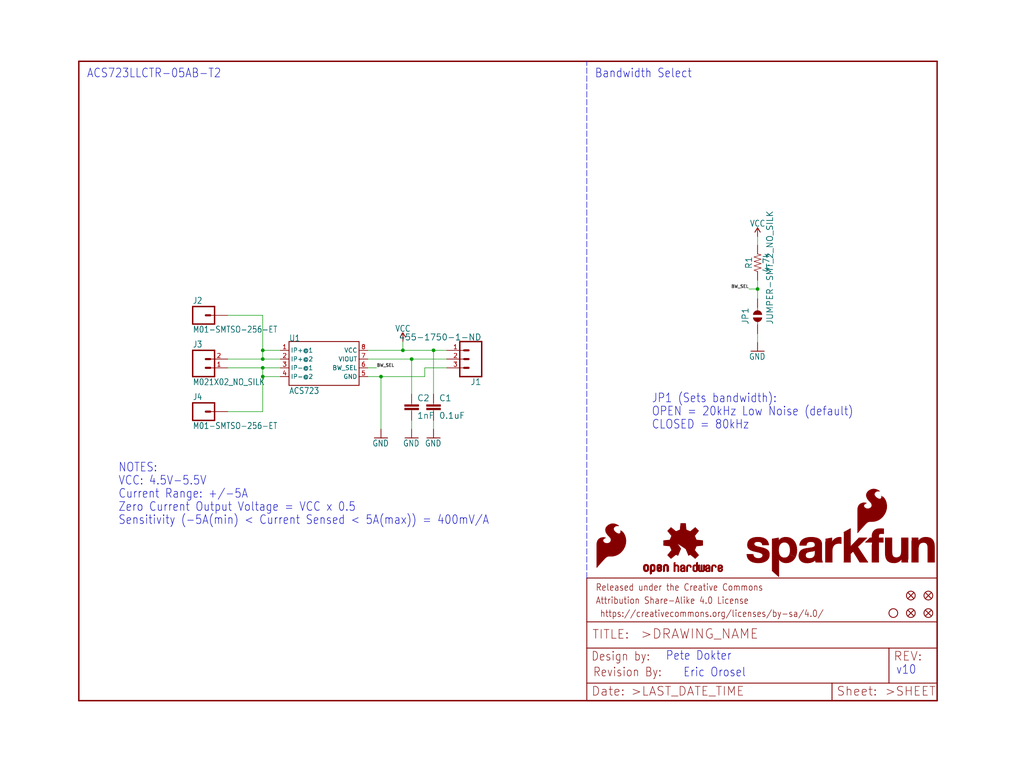
<source format=kicad_sch>
(kicad_sch (version 20211123) (generator eeschema)
  (paper "User" 297.002 223.926)
  (lib_symbols
    (symbol "eagleSchem-eagle-import:0.1UF-0603-25V-(+80{slash}-20%)"
      (property "Reference" "C" (at 1.524 2.921 0))
      (property "Value" "0.1UF-0603-25V-(+80{slash}-20%)" (at 1.524 -2.159 0))
      (symbol "0.1UF-0603-25V-(+80{slash}-20%)_1_0"
        (pin passive line (at 0 5.08 270) (length 2.54) (name "1") (number "1"))
        (pin passive line (at 0 -2.54 90) (length 2.54) (name "2") (number "2"))
      )
    )
    (symbol "eagleSchem-eagle-import:1.0NF{slash}1000PF-0603-50V-10%"
      (property "Reference" "C" (at 1.524 2.921 0))
      (property "Value" "1.0NF{slash}1000PF-0603-50V-10%" (at 1.524 -2.159 0))
      (symbol "1.0NF{slash}1000PF-0603-50V-10%_1_0"
        (pin passive line (at 0 5.08 270) (length 2.54) (name "1") (number "1"))
        (pin passive line (at 0 -2.54 90) (length 2.54) (name "2") (number "2"))
      )
    )
    (symbol "eagleSchem-eagle-import:4.7KOHM-0603-1{slash}10W-1%"
      (property "Reference" "R" (at 0 1.524 0))
      (property "Value" "4.7KOHM-0603-1{slash}10W-1%" (at 0 -1.524 0))
      (symbol "4.7KOHM-0603-1{slash}10W-1%_1_0"
        (pin passive line (at -5.08 0 0) (length 2.54) (name "1") (number "1"))
        (pin passive line (at 5.08 0 180) (length 2.54) (name "2") (number "2"))
      )
    )
    (symbol "eagleSchem-eagle-import:ACS723"
      (property "Value" "ACS723" (at -10.16 -7.62 0))
      (symbol "ACS723_1_0"
        (pin input line (at -12.7 5.08 0) (length 2.54) (name "IP+@1") (number "1"))
        (pin input line (at -12.7 2.54 0) (length 2.54) (name "IP+@2") (number "2"))
        (pin bidirectional line (at -12.7 0 0) (length 2.54) (name "IP-@1") (number "3"))
        (pin bidirectional line (at -12.7 -2.54 0) (length 2.54) (name "IP-@2") (number "4"))
        (pin bidirectional line (at 12.7 -2.54 180) (length 2.54) (name "GND") (number "5"))
        (pin bidirectional line (at 12.7 0 180) (length 2.54) (name "BW_SEL") (number "6"))
        (pin bidirectional line (at 12.7 2.54 180) (length 2.54) (name "VIOUT") (number "7"))
        (pin bidirectional line (at 12.7 5.08 180) (length 2.54) (name "VCC") (number "8"))
      )
    )
    (symbol "eagleSchem-eagle-import:CONN_03"
      (property "Reference" "J" (at -2.54 5.588 0))
      (property "Value" "CONN_03" (at -2.54 -7.366 0))
      (symbol "CONN_03_1_0"
        (pin passive line (at 7.62 -2.54 180) (length 5.08) (name "1") (number "1"))
        (pin passive line (at 7.62 0 180) (length 5.08) (name "2") (number "2"))
        (pin passive line (at 7.62 2.54 180) (length 5.08) (name "3") (number "3"))
      )
    )
    (symbol "eagleSchem-eagle-import:FIDUCIAL1X2")
    (symbol "eagleSchem-eagle-import:FRAME-LETTER"
      (symbol "FRAME-LETTER_2_0"
        (text " https://creativecommons.org/licenses/by-sa/4.0/" (at 2.54 24.13 0) (effects (font (size 1.9304 1.6408)) (justify left bottom)))
        (text ">DRAWING_NAME" (at 15.494 17.78 0) (effects (font (size 2.7432 2.7432)) (justify left bottom)))
        (text ">LAST_DATE_TIME" (at 12.7 1.27 0) (effects (font (size 2.54 2.54)) (justify left bottom)))
        (text ">SHEET" (at 86.36 1.27 0) (effects (font (size 2.54 2.54)) (justify left bottom)))
        (text "Attribution Share-Alike 4.0 License" (at 2.54 27.94 0) (effects (font (size 1.9304 1.6408)) (justify left bottom)))
        (text "Date:" (at 1.27 1.27 0) (effects (font (size 2.54 2.54)) (justify left bottom)))
        (text "Design by:" (at 1.27 11.43 0) (effects (font (size 2.54 2.159)) (justify left bottom)))
        (text "Released under the Creative Commons" (at 2.54 31.75 0) (effects (font (size 1.9304 1.6408)) (justify left bottom)))
        (text "REV:" (at 88.9 11.43 0) (effects (font (size 2.54 2.54)) (justify left bottom)))
        (text "Sheet:" (at 72.39 1.27 0) (effects (font (size 2.54 2.54)) (justify left bottom)))
        (text "TITLE:" (at 1.524 17.78 0) (effects (font (size 2.54 2.54)) (justify left bottom)))
      )
    )
    (symbol "eagleSchem-eagle-import:GND" (power)
      (property "Value" "GND" (at -2.54 -2.54 0))
      (symbol "GND_1_0"
        (pin power_in line (at 0 2.54 270) (length 2.54) (name "GND") (number "1"))
      )
    )
    (symbol "eagleSchem-eagle-import:JUMPER-SMT_2_NO_SILK"
      (property "Reference" "JP" (at -2.54 2.54 0))
      (property "Value" "JUMPER-SMT_2_NO_SILK" (at -2.54 -2.54 0))
      (symbol "JUMPER-SMT_2_NO_SILK_1_0"
        (pin passive line (at -5.08 0 0) (length 2.54) (name "1") (number "1"))
        (pin passive line (at 5.08 0 180) (length 2.54) (name "2") (number "2"))
      )
    )
    (symbol "eagleSchem-eagle-import:M01-SMTSO-256-ET"
      (property "Reference" "JP" (at -2.54 3.302 0))
      (property "Value" "M01-SMTSO-256-ET" (at -2.54 -5.08 0))
      (symbol "M01-SMTSO-256-ET_1_0"
        (pin passive line (at 7.62 0 180) (length 5.08) (name "1") (number "P$1"))
      )
    )
    (symbol "eagleSchem-eagle-import:M021X02_NO_SILK"
      (property "Reference" "JP" (at -2.54 5.842 0))
      (property "Value" "M021X02_NO_SILK" (at -2.54 -5.08 0))
      (symbol "M021X02_NO_SILK_1_0"
        (pin passive line (at 7.62 0 180) (length 5.08) (name "1") (number "1"))
        (pin passive line (at 7.62 2.54 180) (length 5.08) (name "2") (number "2"))
      )
    )
    (symbol "eagleSchem-eagle-import:OSHW-LOGOM")
    (symbol "eagleSchem-eagle-import:REVISION"
      (symbol "REVISION_1_0"
        (text "Revision By: " (at 0 0 0) (effects (font (size 2.54 2.159)) (justify left bottom)))
      )
    )
    (symbol "eagleSchem-eagle-import:SFE_LOGO_FLAME.1_INCH")
    (symbol "eagleSchem-eagle-import:SFE_LOGO_NAME_FLAME.1_INCH")
    (symbol "eagleSchem-eagle-import:STAND-OFFTIGHT")
    (symbol "eagleSchem-eagle-import:VCC" (power)
      (property "Value" "VCC" (at 0 2.794 0))
      (symbol "VCC_1_0"
        (pin power_in line (at 0 0 90) (length 2.54) (name "VCC") (number "1"))
      )
    )
  )
  (junction (at 119.38 104.14))
  (junction (at 76.2 106.68))
  (junction (at 219.71 83.82))
  (junction (at 116.84 101.6))
  (junction (at 76.2 101.6))
  (junction (at 76.2 104.14))
  (junction (at 110.49 109.22))
  (junction (at 125.73 101.6))
  (junction (at 76.2 109.22))
  (wire (pts (xy 125.73 114.3) (xy 125.73 101.6)))
  (wire (pts (xy 219.71 83.82) (xy 217.17 83.82)))
  (wire (pts (xy 106.68 106.68) (xy 109.22 106.68)))
  (wire (pts (xy 76.2 91.44) (xy 76.2 101.6)))
  (wire (pts (xy 219.71 83.82) (xy 219.71 86.614)))
  (wire (pts (xy 110.49 109.22) (xy 123.19 109.22)))
  (wire (pts (xy 76.2 104.14) (xy 76.2 101.6)))
  (wire (pts (xy 123.19 109.22) (xy 123.19 106.68)))
  (wire (pts (xy 116.84 101.6) (xy 116.84 99.06)))
  (wire (pts (xy 81.28 104.14) (xy 76.2 104.14)))
  (polyline (pts (xy 170.18 167.64) (xy 170.18 17.78)))
  (wire (pts (xy 125.73 121.92) (xy 125.73 124.46)))
  (wire (pts (xy 81.28 106.68) (xy 76.2 106.68)))
  (wire (pts (xy 76.2 106.68) (xy 76.2 109.22)))
  (wire (pts (xy 76.2 119.38) (xy 66.04 119.38)))
  (wire (pts (xy 116.84 101.6) (xy 125.73 101.6)))
  (wire (pts (xy 219.71 99.314) (xy 219.71 96.774)))
  (wire (pts (xy 81.28 109.22) (xy 76.2 109.22)))
  (wire (pts (xy 110.49 109.22) (xy 106.68 109.22)))
  (wire (pts (xy 66.04 106.68) (xy 76.2 106.68)))
  (wire (pts (xy 106.68 104.14) (xy 119.38 104.14)))
  (wire (pts (xy 119.38 104.14) (xy 119.38 114.3)))
  (wire (pts (xy 66.04 104.14) (xy 76.2 104.14)))
  (wire (pts (xy 219.71 71.12) (xy 219.71 68.58)))
  (wire (pts (xy 76.2 109.22) (xy 76.2 119.38)))
  (wire (pts (xy 123.19 106.68) (xy 129.54 106.68)))
  (wire (pts (xy 119.38 121.92) (xy 119.38 124.46)))
  (wire (pts (xy 219.71 81.28) (xy 219.71 83.82)))
  (wire (pts (xy 76.2 101.6) (xy 81.28 101.6)))
  (wire (pts (xy 106.68 101.6) (xy 116.84 101.6)))
  (wire (pts (xy 66.04 91.44) (xy 76.2 91.44)))
  (wire (pts (xy 125.73 101.6) (xy 129.54 101.6)))
  (wire (pts (xy 119.38 104.14) (xy 129.54 104.14)))
  (wire (pts (xy 110.49 109.22) (xy 110.49 124.46)))
  (text "v10" (at 259.842 195.834 180) (effects (font (size 2.54 2.159)) (justify left bottom)))
  (text "Current Range: +/-5A" (at 34.29 144.78 180) (effects (font (size 2.54 2.159)) (justify left bottom)))
  (text "VCC: 4.5V-5.5V" (at 34.29 140.97 180) (effects (font (size 2.54 2.159)) (justify left bottom)))
  (text "Eric Orosel" (at 198.12 196.596 180) (effects (font (size 2.54 2.159)) (justify left bottom)))
  (text "JP1 (Sets bandwidth):" (at 188.976 117.094 180) (effects (font (size 2.54 2.159)) (justify left bottom)))
  (text "NOTES:" (at 34.29 137.16 180) (effects (font (size 2.54 2.159)) (justify left bottom)))
  (text "CLOSED = 80kHz" (at 188.976 124.714 180) (effects (font (size 2.54 2.159)) (justify left bottom)))
  (text "Sensitivity (-5A(min) < Current Sensed < 5A(max)) = 400mV/A" (at 34.29 152.4 0) (effects (font (size 2.54 2.159)) (justify left bottom)))
  (text "Zero Current Output Voltage = VCC x 0.5" (at 34.29 148.59 180) (effects (font (size 2.54 2.159)) (justify left bottom)))
  (text "OPEN = 20kHz Low Noise (default)" (at 188.976 120.904 180) (effects (font (size 2.54 2.159)) (justify left bottom)))
  (text "Pete Dokter" (at 193.04 191.77 180) (effects (font (size 2.54 2.159)) (justify left bottom)))
  (text "ACS723LLCTR-05AB-T2" (at 25.146 22.86 180) (effects (font (size 2.54 2.159)) (justify left bottom)))
  (text "Bandwidth Select" (at 172.466 22.86 180) (effects (font (size 2.54 2.159)) (justify left bottom)))
  (label "BW_SEL" (at 217.17 83.82 180) (effects (font (size 0.889 0.889))))
  (label "BW_SEL" (at 109.22 106.68 0) (effects (font (size 0.889 0.889))))
  (symbol (lib_id "eagleSchem-eagle-import:4.7KOHM-0603-1{slash}10W-1%") (at 219.71 76.2 90) (unit 1)
    (property "Reference" "R1" (at 218.186 76.2 0) (effects (font (size 1.778 1.778)) (justify bottom)))
    (property "Value" "4.7k" (at 221.234 76.2 0) (effects (font (size 1.778 1.778)) (justify top)))
    (property "Footprint" "eagleSchem:0603" (effects hide))
  )
  (symbol (lib_id "eagleSchem-eagle-import:1.0NF{slash}1000PF-0603-50V-10%") (at 119.38 119.38 0) (unit 1)
    (property "Reference" "C2" (at 120.904 116.459 0) (effects (font (size 1.778 1.778)) (justify left bottom)))
    (property "Value" "1nF" (at 120.904 121.539 0) (effects (font (size 1.778 1.778)) (justify left bottom)))
    (property "Footprint" "eagleSchem:0603" (effects hide))
  )
  (symbol (lib_id "eagleSchem-eagle-import:GND") (at 219.71 101.854 0) (unit 1)
    (property "Reference" "#GND4" (effects hide))
    (property "Value" "GND" (at 217.17 104.394 0) (effects (font (size 1.778 1.5113)) (justify left bottom)))
    (property "Footprint" "eagleSchem:" (effects hide))
  )
  (symbol (lib_id "eagleSchem-eagle-import:REVISION") (at 171.958 196.342 0) (unit 1)
    (property "Reference" "U$1" (effects hide))
    (property "Value" "REVISION" (effects hide))
    (property "Footprint" "eagleSchem:REVISION" (effects hide))
  )
  (symbol (lib_id "eagleSchem-eagle-import:FIDUCIAL1X2") (at 269.24 172.72 0) (unit 1)
    (property "Reference" "FD2" (effects hide))
    (property "Value" "FIDUCIAL1X2" (effects hide))
    (property "Footprint" "eagleSchem:FIDUCIAL-1X2" (effects hide))
  )
  (symbol (lib_id "eagleSchem-eagle-import:ACS723") (at 93.98 106.68 0) (unit 1)
    (property "Reference" "U1" (at 83.82 99.06 0) (effects (font (size 1.778 1.5113)) (justify left bottom)))
    (property "Value" "ACS723" (at 83.82 114.3 0) (effects (font (size 1.778 1.5113)) (justify left bottom)))
    (property "Footprint" "eagleSchem:SO08" (effects hide))
  )
  (symbol (lib_id "eagleSchem-eagle-import:JUMPER-SMT_2_NO_SILK") (at 219.71 91.694 90) (unit 1)
    (property "Reference" "JP1" (at 217.17 94.234 0) (effects (font (size 1.778 1.778)) (justify left bottom)))
    (property "Value" "JUMPER-SMT_2_NO_SILK" (at 222.25 94.234 0) (effects (font (size 1.778 1.778)) (justify left top)))
    (property "Footprint" "eagleSchem:SMT-JUMPER_2_NO_SILK" (effects hide))
  )
  (symbol (lib_id "eagleSchem-eagle-import:FRAME-LETTER") (at 22.86 203.2 0) (unit 1)
    (property "Reference" "FRAME1" (effects hide))
    (property "Value" "FRAME-LETTER" (effects hide))
    (property "Footprint" "eagleSchem:CREATIVE_COMMONS" (effects hide))
  )
  (symbol (lib_id "eagleSchem-eagle-import:FIDUCIAL1X2") (at 269.24 177.8 0) (unit 1)
    (property "Reference" "FD5" (effects hide))
    (property "Value" "FIDUCIAL1X2" (effects hide))
    (property "Footprint" "eagleSchem:FIDUCIAL-1X2" (effects hide))
  )
  (symbol (lib_id "eagleSchem-eagle-import:FRAME-LETTER") (at 170.18 203.2 0) (unit 2)
    (property "Reference" "FRAME1" (effects hide))
    (property "Value" "FRAME-LETTER" (effects hide))
    (property "Footprint" "eagleSchem:CREATIVE_COMMONS" (effects hide))
  )
  (symbol (lib_id "eagleSchem-eagle-import:GND") (at 119.38 127 0) (unit 1)
    (property "Reference" "#GND3" (effects hide))
    (property "Value" "GND" (at 116.84 129.54 0) (effects (font (size 1.778 1.5113)) (justify left bottom)))
    (property "Footprint" "eagleSchem:" (effects hide))
  )
  (symbol (lib_id "eagleSchem-eagle-import:0.1UF-0603-25V-(+80{slash}-20%)") (at 125.73 119.38 0) (unit 1)
    (property "Reference" "C1" (at 127.254 116.459 0) (effects (font (size 1.778 1.778)) (justify left bottom)))
    (property "Value" "0.1uF" (at 127.254 121.539 0) (effects (font (size 1.778 1.778)) (justify left bottom)))
    (property "Footprint" "eagleSchem:0603" (effects hide))
  )
  (symbol (lib_id "eagleSchem-eagle-import:FIDUCIAL1X2") (at 264.16 177.8 0) (unit 1)
    (property "Reference" "FD4" (effects hide))
    (property "Value" "FIDUCIAL1X2" (effects hide))
    (property "Footprint" "eagleSchem:FIDUCIAL-1X2" (effects hide))
  )
  (symbol (lib_id "eagleSchem-eagle-import:CONN_03") (at 137.16 104.14 180) (unit 1)
    (property "Reference" "J1" (at 139.7 109.728 0) (effects (font (size 1.778 1.778)) (justify left bottom)))
    (property "Value" "455-1750-1-ND" (at 139.7 96.774 0) (effects (font (size 1.778 1.778)) (justify left bottom)))
    (property "Footprint" "eagleSchem:1X03" (effects hide))
  )
  (symbol (lib_id "eagleSchem-eagle-import:STAND-OFFTIGHT") (at 259.08 177.8 0) (unit 1)
    (property "Reference" "JP3" (effects hide))
    (property "Value" "STAND-OFFTIGHT" (effects hide))
    (property "Footprint" "eagleSchem:STAND-OFF-TIGHT" (effects hide))
  )
  (symbol (lib_id "eagleSchem-eagle-import:VCC") (at 219.71 68.58 0) (unit 1)
    (property "Reference" "#SUPPLY2" (effects hide))
    (property "Value" "VCC" (at 219.71 65.786 0) (effects (font (size 1.778 1.5113)) (justify bottom)))
    (property "Footprint" "eagleSchem:" (effects hide))
  )
  (symbol (lib_id "eagleSchem-eagle-import:VCC") (at 116.84 99.06 0) (unit 1)
    (property "Reference" "#SUPPLY1" (effects hide))
    (property "Value" "VCC" (at 116.84 96.266 0) (effects (font (size 1.778 1.5113)) (justify bottom)))
    (property "Footprint" "eagleSchem:" (effects hide))
  )
  (symbol (lib_id "eagleSchem-eagle-import:M01-SMTSO-256-ET") (at 58.42 91.44 0) (unit 1)
    (property "Reference" "J2" (at 55.88 88.138 0) (effects (font (size 1.778 1.5113)) (justify left bottom)))
    (property "Value" "M01-SMTSO-256-ET" (at 55.88 96.52 0) (effects (font (size 1.778 1.5113)) (justify left bottom)))
    (property "Footprint" "eagleSchem:SMTSO-256-ET" (effects hide))
  )
  (symbol (lib_id "eagleSchem-eagle-import:OSHW-LOGOM") (at 198.12 157.48 0) (unit 1)
    (property "Reference" "LOGO4" (effects hide))
    (property "Value" "OSHW-LOGOM" (effects hide))
    (property "Footprint" "eagleSchem:OSHW-LOGO-M" (effects hide))
  )
  (symbol (lib_id "eagleSchem-eagle-import:FIDUCIAL1X2") (at 264.16 172.72 0) (unit 1)
    (property "Reference" "FD3" (effects hide))
    (property "Value" "FIDUCIAL1X2" (effects hide))
    (property "Footprint" "eagleSchem:FIDUCIAL-1X2" (effects hide))
  )
  (symbol (lib_id "eagleSchem-eagle-import:SFE_LOGO_FLAME.1_INCH") (at 172.72 165.1 0) (unit 1)
    (property "Reference" "LOGO1" (effects hide))
    (property "Value" "SFE_LOGO_FLAME.1_INCH" (effects hide))
    (property "Footprint" "eagleSchem:SFE_LOGO_FLAME_.1" (effects hide))
  )
  (symbol (lib_id "eagleSchem-eagle-import:M021X02_NO_SILK") (at 58.42 106.68 0) (unit 1)
    (property "Reference" "J3" (at 55.88 100.838 0) (effects (font (size 1.778 1.5113)) (justify left bottom)))
    (property "Value" "M021X02_NO_SILK" (at 55.88 111.76 0) (effects (font (size 1.778 1.5113)) (justify left bottom)))
    (property "Footprint" "eagleSchem:1X02_NO_SILK@1" (effects hide))
  )
  (symbol (lib_id "eagleSchem-eagle-import:GND") (at 125.73 127 0) (unit 1)
    (property "Reference" "#GND2" (effects hide))
    (property "Value" "GND" (at 123.19 129.54 0) (effects (font (size 1.778 1.5113)) (justify left bottom)))
    (property "Footprint" "eagleSchem:" (effects hide))
  )
  (symbol (lib_id "eagleSchem-eagle-import:GND") (at 110.49 127 0) (unit 1)
    (property "Reference" "#GND1" (effects hide))
    (property "Value" "GND" (at 107.95 129.54 0) (effects (font (size 1.778 1.5113)) (justify left bottom)))
    (property "Footprint" "eagleSchem:" (effects hide))
  )
  (symbol (lib_id "eagleSchem-eagle-import:SFE_LOGO_NAME_FLAME.1_INCH") (at 215.9 167.64 0) (unit 1)
    (property "Reference" "LOGO3" (effects hide))
    (property "Value" "SFE_LOGO_NAME_FLAME.1_INCH" (effects hide))
    (property "Footprint" "eagleSchem:SFE_LOGO_NAME_FLAME_.1" (effects hide))
  )
  (symbol (lib_id "eagleSchem-eagle-import:M01-SMTSO-256-ET") (at 58.42 119.38 0) (unit 1)
    (property "Reference" "J4" (at 55.88 116.078 0) (effects (font (size 1.778 1.5113)) (justify left bottom)))
    (property "Value" "M01-SMTSO-256-ET" (at 55.88 124.46 0) (effects (font (size 1.778 1.5113)) (justify left bottom)))
    (property "Footprint" "eagleSchem:SMTSO-256-ET" (effects hide))
  )
)
</source>
